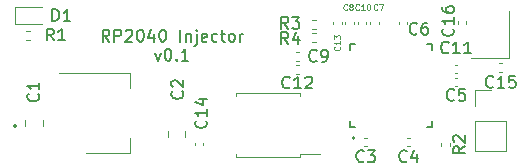
<source format=gbr>
%TF.GenerationSoftware,KiCad,Pcbnew,(6.0.7)*%
%TF.CreationDate,2022-08-26T02:46:55-07:00*%
%TF.ProjectId,RP2040_Injector,52503230-3430-45f4-996e-6a6563746f72,rev?*%
%TF.SameCoordinates,Original*%
%TF.FileFunction,Legend,Top*%
%TF.FilePolarity,Positive*%
%FSLAX46Y46*%
G04 Gerber Fmt 4.6, Leading zero omitted, Abs format (unit mm)*
G04 Created by KiCad (PCBNEW (6.0.7)) date 2022-08-26 02:46:55*
%MOMM*%
%LPD*%
G01*
G04 APERTURE LIST*
%ADD10C,0.150000*%
%ADD11C,0.125000*%
%ADD12C,0.120000*%
%ADD13C,0.200000*%
%ADD14C,0.127000*%
G04 APERTURE END LIST*
D10*
X138690476Y-97447380D02*
X138357142Y-96971190D01*
X138119047Y-97447380D02*
X138119047Y-96447380D01*
X138500000Y-96447380D01*
X138595238Y-96495000D01*
X138642857Y-96542619D01*
X138690476Y-96637857D01*
X138690476Y-96780714D01*
X138642857Y-96875952D01*
X138595238Y-96923571D01*
X138500000Y-96971190D01*
X138119047Y-96971190D01*
X139119047Y-97447380D02*
X139119047Y-96447380D01*
X139500000Y-96447380D01*
X139595238Y-96495000D01*
X139642857Y-96542619D01*
X139690476Y-96637857D01*
X139690476Y-96780714D01*
X139642857Y-96875952D01*
X139595238Y-96923571D01*
X139500000Y-96971190D01*
X139119047Y-96971190D01*
X140071428Y-96542619D02*
X140119047Y-96495000D01*
X140214285Y-96447380D01*
X140452380Y-96447380D01*
X140547619Y-96495000D01*
X140595238Y-96542619D01*
X140642857Y-96637857D01*
X140642857Y-96733095D01*
X140595238Y-96875952D01*
X140023809Y-97447380D01*
X140642857Y-97447380D01*
X141261904Y-96447380D02*
X141357142Y-96447380D01*
X141452380Y-96495000D01*
X141500000Y-96542619D01*
X141547619Y-96637857D01*
X141595238Y-96828333D01*
X141595238Y-97066428D01*
X141547619Y-97256904D01*
X141500000Y-97352142D01*
X141452380Y-97399761D01*
X141357142Y-97447380D01*
X141261904Y-97447380D01*
X141166666Y-97399761D01*
X141119047Y-97352142D01*
X141071428Y-97256904D01*
X141023809Y-97066428D01*
X141023809Y-96828333D01*
X141071428Y-96637857D01*
X141119047Y-96542619D01*
X141166666Y-96495000D01*
X141261904Y-96447380D01*
X142452380Y-96780714D02*
X142452380Y-97447380D01*
X142214285Y-96399761D02*
X141976190Y-97114047D01*
X142595238Y-97114047D01*
X143166666Y-96447380D02*
X143261904Y-96447380D01*
X143357142Y-96495000D01*
X143404761Y-96542619D01*
X143452380Y-96637857D01*
X143500000Y-96828333D01*
X143500000Y-97066428D01*
X143452380Y-97256904D01*
X143404761Y-97352142D01*
X143357142Y-97399761D01*
X143261904Y-97447380D01*
X143166666Y-97447380D01*
X143071428Y-97399761D01*
X143023809Y-97352142D01*
X142976190Y-97256904D01*
X142928571Y-97066428D01*
X142928571Y-96828333D01*
X142976190Y-96637857D01*
X143023809Y-96542619D01*
X143071428Y-96495000D01*
X143166666Y-96447380D01*
X144690476Y-97447380D02*
X144690476Y-96447380D01*
X145166666Y-96780714D02*
X145166666Y-97447380D01*
X145166666Y-96875952D02*
X145214285Y-96828333D01*
X145309523Y-96780714D01*
X145452380Y-96780714D01*
X145547619Y-96828333D01*
X145595238Y-96923571D01*
X145595238Y-97447380D01*
X146071428Y-96780714D02*
X146071428Y-97637857D01*
X146023809Y-97733095D01*
X145928571Y-97780714D01*
X145880952Y-97780714D01*
X146071428Y-96447380D02*
X146023809Y-96495000D01*
X146071428Y-96542619D01*
X146119047Y-96495000D01*
X146071428Y-96447380D01*
X146071428Y-96542619D01*
X146928571Y-97399761D02*
X146833333Y-97447380D01*
X146642857Y-97447380D01*
X146547619Y-97399761D01*
X146500000Y-97304523D01*
X146500000Y-96923571D01*
X146547619Y-96828333D01*
X146642857Y-96780714D01*
X146833333Y-96780714D01*
X146928571Y-96828333D01*
X146976190Y-96923571D01*
X146976190Y-97018809D01*
X146500000Y-97114047D01*
X147833333Y-97399761D02*
X147738095Y-97447380D01*
X147547619Y-97447380D01*
X147452380Y-97399761D01*
X147404761Y-97352142D01*
X147357142Y-97256904D01*
X147357142Y-96971190D01*
X147404761Y-96875952D01*
X147452380Y-96828333D01*
X147547619Y-96780714D01*
X147738095Y-96780714D01*
X147833333Y-96828333D01*
X148119047Y-96780714D02*
X148500000Y-96780714D01*
X148261904Y-96447380D02*
X148261904Y-97304523D01*
X148309523Y-97399761D01*
X148404761Y-97447380D01*
X148500000Y-97447380D01*
X148976190Y-97447380D02*
X148880952Y-97399761D01*
X148833333Y-97352142D01*
X148785714Y-97256904D01*
X148785714Y-96971190D01*
X148833333Y-96875952D01*
X148880952Y-96828333D01*
X148976190Y-96780714D01*
X149119047Y-96780714D01*
X149214285Y-96828333D01*
X149261904Y-96875952D01*
X149309523Y-96971190D01*
X149309523Y-97256904D01*
X149261904Y-97352142D01*
X149214285Y-97399761D01*
X149119047Y-97447380D01*
X148976190Y-97447380D01*
X149738095Y-97447380D02*
X149738095Y-96780714D01*
X149738095Y-96971190D02*
X149785714Y-96875952D01*
X149833333Y-96828333D01*
X149928571Y-96780714D01*
X150023809Y-96780714D01*
X142571428Y-98390714D02*
X142809523Y-99057380D01*
X143047619Y-98390714D01*
X143619047Y-98057380D02*
X143714285Y-98057380D01*
X143809523Y-98105000D01*
X143857142Y-98152619D01*
X143904761Y-98247857D01*
X143952380Y-98438333D01*
X143952380Y-98676428D01*
X143904761Y-98866904D01*
X143857142Y-98962142D01*
X143809523Y-99009761D01*
X143714285Y-99057380D01*
X143619047Y-99057380D01*
X143523809Y-99009761D01*
X143476190Y-98962142D01*
X143428571Y-98866904D01*
X143380952Y-98676428D01*
X143380952Y-98438333D01*
X143428571Y-98247857D01*
X143476190Y-98152619D01*
X143523809Y-98105000D01*
X143619047Y-98057380D01*
X144380952Y-98962142D02*
X144428571Y-99009761D01*
X144380952Y-99057380D01*
X144333333Y-99009761D01*
X144380952Y-98962142D01*
X144380952Y-99057380D01*
X145380952Y-99057380D02*
X144809523Y-99057380D01*
X145095238Y-99057380D02*
X145095238Y-98057380D01*
X145000000Y-98200238D01*
X144904761Y-98295476D01*
X144809523Y-98343095D01*
%TO.C,R1*%
X133983333Y-97352380D02*
X133650000Y-96876190D01*
X133411904Y-97352380D02*
X133411904Y-96352380D01*
X133792857Y-96352380D01*
X133888095Y-96400000D01*
X133935714Y-96447619D01*
X133983333Y-96542857D01*
X133983333Y-96685714D01*
X133935714Y-96780952D01*
X133888095Y-96828571D01*
X133792857Y-96876190D01*
X133411904Y-96876190D01*
X134935714Y-97352380D02*
X134364285Y-97352380D01*
X134650000Y-97352380D02*
X134650000Y-96352380D01*
X134554761Y-96495238D01*
X134459523Y-96590476D01*
X134364285Y-96638095D01*
%TO.C,D1*%
X133861904Y-95702380D02*
X133861904Y-94702380D01*
X134100000Y-94702380D01*
X134242857Y-94750000D01*
X134338095Y-94845238D01*
X134385714Y-94940476D01*
X134433333Y-95130952D01*
X134433333Y-95273809D01*
X134385714Y-95464285D01*
X134338095Y-95559523D01*
X134242857Y-95654761D01*
X134100000Y-95702380D01*
X133861904Y-95702380D01*
X135385714Y-95702380D02*
X134814285Y-95702380D01*
X135100000Y-95702380D02*
X135100000Y-94702380D01*
X135004761Y-94845238D01*
X134909523Y-94940476D01*
X134814285Y-94988095D01*
%TO.C,*%
%TO.C,R3*%
X153833333Y-96352380D02*
X153500000Y-95876190D01*
X153261904Y-96352380D02*
X153261904Y-95352380D01*
X153642857Y-95352380D01*
X153738095Y-95400000D01*
X153785714Y-95447619D01*
X153833333Y-95542857D01*
X153833333Y-95685714D01*
X153785714Y-95780952D01*
X153738095Y-95828571D01*
X153642857Y-95876190D01*
X153261904Y-95876190D01*
X154166666Y-95352380D02*
X154785714Y-95352380D01*
X154452380Y-95733333D01*
X154595238Y-95733333D01*
X154690476Y-95780952D01*
X154738095Y-95828571D01*
X154785714Y-95923809D01*
X154785714Y-96161904D01*
X154738095Y-96257142D01*
X154690476Y-96304761D01*
X154595238Y-96352380D01*
X154309523Y-96352380D01*
X154214285Y-96304761D01*
X154166666Y-96257142D01*
%TO.C,C15*%
X171187142Y-101257142D02*
X171139523Y-101304761D01*
X170996666Y-101352380D01*
X170901428Y-101352380D01*
X170758571Y-101304761D01*
X170663333Y-101209523D01*
X170615714Y-101114285D01*
X170568095Y-100923809D01*
X170568095Y-100780952D01*
X170615714Y-100590476D01*
X170663333Y-100495238D01*
X170758571Y-100400000D01*
X170901428Y-100352380D01*
X170996666Y-100352380D01*
X171139523Y-100400000D01*
X171187142Y-100447619D01*
X172139523Y-101352380D02*
X171568095Y-101352380D01*
X171853809Y-101352380D02*
X171853809Y-100352380D01*
X171758571Y-100495238D01*
X171663333Y-100590476D01*
X171568095Y-100638095D01*
X173044285Y-100352380D02*
X172568095Y-100352380D01*
X172520476Y-100828571D01*
X172568095Y-100780952D01*
X172663333Y-100733333D01*
X172901428Y-100733333D01*
X172996666Y-100780952D01*
X173044285Y-100828571D01*
X173091904Y-100923809D01*
X173091904Y-101161904D01*
X173044285Y-101257142D01*
X172996666Y-101304761D01*
X172901428Y-101352380D01*
X172663333Y-101352380D01*
X172568095Y-101304761D01*
X172520476Y-101257142D01*
D11*
%TO.C,C13*%
X158178571Y-97871428D02*
X158202380Y-97895238D01*
X158226190Y-97966666D01*
X158226190Y-98014285D01*
X158202380Y-98085714D01*
X158154761Y-98133333D01*
X158107142Y-98157142D01*
X158011904Y-98180952D01*
X157940476Y-98180952D01*
X157845238Y-98157142D01*
X157797619Y-98133333D01*
X157750000Y-98085714D01*
X157726190Y-98014285D01*
X157726190Y-97966666D01*
X157750000Y-97895238D01*
X157773809Y-97871428D01*
X158226190Y-97395238D02*
X158226190Y-97680952D01*
X158226190Y-97538095D02*
X157726190Y-97538095D01*
X157797619Y-97585714D01*
X157845238Y-97633333D01*
X157869047Y-97680952D01*
X157726190Y-97228571D02*
X157726190Y-96919047D01*
X157916666Y-97085714D01*
X157916666Y-97014285D01*
X157940476Y-96966666D01*
X157964285Y-96942857D01*
X158011904Y-96919047D01*
X158130952Y-96919047D01*
X158178571Y-96942857D01*
X158202380Y-96966666D01*
X158226190Y-97014285D01*
X158226190Y-97157142D01*
X158202380Y-97204761D01*
X158178571Y-97228571D01*
D10*
%TO.C,*%
%TO.C,C14*%
X146857142Y-104142857D02*
X146904761Y-104190476D01*
X146952380Y-104333333D01*
X146952380Y-104428571D01*
X146904761Y-104571428D01*
X146809523Y-104666666D01*
X146714285Y-104714285D01*
X146523809Y-104761904D01*
X146380952Y-104761904D01*
X146190476Y-104714285D01*
X146095238Y-104666666D01*
X146000000Y-104571428D01*
X145952380Y-104428571D01*
X145952380Y-104333333D01*
X146000000Y-104190476D01*
X146047619Y-104142857D01*
X146952380Y-103190476D02*
X146952380Y-103761904D01*
X146952380Y-103476190D02*
X145952380Y-103476190D01*
X146095238Y-103571428D01*
X146190476Y-103666666D01*
X146238095Y-103761904D01*
X146285714Y-102333333D02*
X146952380Y-102333333D01*
X145904761Y-102571428D02*
X146619047Y-102809523D01*
X146619047Y-102190476D01*
%TO.C,C4*%
X163858333Y-107557142D02*
X163810714Y-107604761D01*
X163667857Y-107652380D01*
X163572619Y-107652380D01*
X163429761Y-107604761D01*
X163334523Y-107509523D01*
X163286904Y-107414285D01*
X163239285Y-107223809D01*
X163239285Y-107080952D01*
X163286904Y-106890476D01*
X163334523Y-106795238D01*
X163429761Y-106700000D01*
X163572619Y-106652380D01*
X163667857Y-106652380D01*
X163810714Y-106700000D01*
X163858333Y-106747619D01*
X164715476Y-106985714D02*
X164715476Y-107652380D01*
X164477380Y-106604761D02*
X164239285Y-107319047D01*
X164858333Y-107319047D01*
%TO.C,C9*%
X156233333Y-99057142D02*
X156185714Y-99104761D01*
X156042857Y-99152380D01*
X155947619Y-99152380D01*
X155804761Y-99104761D01*
X155709523Y-99009523D01*
X155661904Y-98914285D01*
X155614285Y-98723809D01*
X155614285Y-98580952D01*
X155661904Y-98390476D01*
X155709523Y-98295238D01*
X155804761Y-98200000D01*
X155947619Y-98152380D01*
X156042857Y-98152380D01*
X156185714Y-98200000D01*
X156233333Y-98247619D01*
X156709523Y-99152380D02*
X156900000Y-99152380D01*
X156995238Y-99104761D01*
X157042857Y-99057142D01*
X157138095Y-98914285D01*
X157185714Y-98723809D01*
X157185714Y-98342857D01*
X157138095Y-98247619D01*
X157090476Y-98200000D01*
X156995238Y-98152380D01*
X156804761Y-98152380D01*
X156709523Y-98200000D01*
X156661904Y-98247619D01*
X156614285Y-98342857D01*
X156614285Y-98580952D01*
X156661904Y-98676190D01*
X156709523Y-98723809D01*
X156804761Y-98771428D01*
X156995238Y-98771428D01*
X157090476Y-98723809D01*
X157138095Y-98676190D01*
X157185714Y-98580952D01*
%TO.C,*%
%TO.C,C12*%
X153957142Y-101317142D02*
X153909523Y-101364761D01*
X153766666Y-101412380D01*
X153671428Y-101412380D01*
X153528571Y-101364761D01*
X153433333Y-101269523D01*
X153385714Y-101174285D01*
X153338095Y-100983809D01*
X153338095Y-100840952D01*
X153385714Y-100650476D01*
X153433333Y-100555238D01*
X153528571Y-100460000D01*
X153671428Y-100412380D01*
X153766666Y-100412380D01*
X153909523Y-100460000D01*
X153957142Y-100507619D01*
X154909523Y-101412380D02*
X154338095Y-101412380D01*
X154623809Y-101412380D02*
X154623809Y-100412380D01*
X154528571Y-100555238D01*
X154433333Y-100650476D01*
X154338095Y-100698095D01*
X155290476Y-100507619D02*
X155338095Y-100460000D01*
X155433333Y-100412380D01*
X155671428Y-100412380D01*
X155766666Y-100460000D01*
X155814285Y-100507619D01*
X155861904Y-100602857D01*
X155861904Y-100698095D01*
X155814285Y-100840952D01*
X155242857Y-101412380D01*
X155861904Y-101412380D01*
%TO.C,C11*%
X167407142Y-98357142D02*
X167359523Y-98404761D01*
X167216666Y-98452380D01*
X167121428Y-98452380D01*
X166978571Y-98404761D01*
X166883333Y-98309523D01*
X166835714Y-98214285D01*
X166788095Y-98023809D01*
X166788095Y-97880952D01*
X166835714Y-97690476D01*
X166883333Y-97595238D01*
X166978571Y-97500000D01*
X167121428Y-97452380D01*
X167216666Y-97452380D01*
X167359523Y-97500000D01*
X167407142Y-97547619D01*
X168359523Y-98452380D02*
X167788095Y-98452380D01*
X168073809Y-98452380D02*
X168073809Y-97452380D01*
X167978571Y-97595238D01*
X167883333Y-97690476D01*
X167788095Y-97738095D01*
X169311904Y-98452380D02*
X168740476Y-98452380D01*
X169026190Y-98452380D02*
X169026190Y-97452380D01*
X168930952Y-97595238D01*
X168835714Y-97690476D01*
X168740476Y-97738095D01*
%TO.C,*%
D11*
%TO.C,C10*%
X159828571Y-94728571D02*
X159804761Y-94752380D01*
X159733333Y-94776190D01*
X159685714Y-94776190D01*
X159614285Y-94752380D01*
X159566666Y-94704761D01*
X159542857Y-94657142D01*
X159519047Y-94561904D01*
X159519047Y-94490476D01*
X159542857Y-94395238D01*
X159566666Y-94347619D01*
X159614285Y-94300000D01*
X159685714Y-94276190D01*
X159733333Y-94276190D01*
X159804761Y-94300000D01*
X159828571Y-94323809D01*
X160304761Y-94776190D02*
X160019047Y-94776190D01*
X160161904Y-94776190D02*
X160161904Y-94276190D01*
X160114285Y-94347619D01*
X160066666Y-94395238D01*
X160019047Y-94419047D01*
X160614285Y-94276190D02*
X160661904Y-94276190D01*
X160709523Y-94300000D01*
X160733333Y-94323809D01*
X160757142Y-94371428D01*
X160780952Y-94466666D01*
X160780952Y-94585714D01*
X160757142Y-94680952D01*
X160733333Y-94728571D01*
X160709523Y-94752380D01*
X160661904Y-94776190D01*
X160614285Y-94776190D01*
X160566666Y-94752380D01*
X160542857Y-94728571D01*
X160519047Y-94680952D01*
X160495238Y-94585714D01*
X160495238Y-94466666D01*
X160519047Y-94371428D01*
X160542857Y-94323809D01*
X160566666Y-94300000D01*
X160614285Y-94276190D01*
D10*
%TO.C,C3*%
X160233333Y-107557142D02*
X160185714Y-107604761D01*
X160042857Y-107652380D01*
X159947619Y-107652380D01*
X159804761Y-107604761D01*
X159709523Y-107509523D01*
X159661904Y-107414285D01*
X159614285Y-107223809D01*
X159614285Y-107080952D01*
X159661904Y-106890476D01*
X159709523Y-106795238D01*
X159804761Y-106700000D01*
X159947619Y-106652380D01*
X160042857Y-106652380D01*
X160185714Y-106700000D01*
X160233333Y-106747619D01*
X160566666Y-106652380D02*
X161185714Y-106652380D01*
X160852380Y-107033333D01*
X160995238Y-107033333D01*
X161090476Y-107080952D01*
X161138095Y-107128571D01*
X161185714Y-107223809D01*
X161185714Y-107461904D01*
X161138095Y-107557142D01*
X161090476Y-107604761D01*
X160995238Y-107652380D01*
X160709523Y-107652380D01*
X160614285Y-107604761D01*
X160566666Y-107557142D01*
%TO.C,*%
D11*
%TO.C,C7*%
X161366666Y-94728571D02*
X161342857Y-94752380D01*
X161271428Y-94776190D01*
X161223809Y-94776190D01*
X161152380Y-94752380D01*
X161104761Y-94704761D01*
X161080952Y-94657142D01*
X161057142Y-94561904D01*
X161057142Y-94490476D01*
X161080952Y-94395238D01*
X161104761Y-94347619D01*
X161152380Y-94300000D01*
X161223809Y-94276190D01*
X161271428Y-94276190D01*
X161342857Y-94300000D01*
X161366666Y-94323809D01*
X161533333Y-94276190D02*
X161866666Y-94276190D01*
X161652380Y-94776190D01*
D10*
%TO.C,C2*%
X144857142Y-101666666D02*
X144904761Y-101714285D01*
X144952380Y-101857142D01*
X144952380Y-101952380D01*
X144904761Y-102095238D01*
X144809523Y-102190476D01*
X144714285Y-102238095D01*
X144523809Y-102285714D01*
X144380952Y-102285714D01*
X144190476Y-102238095D01*
X144095238Y-102190476D01*
X144000000Y-102095238D01*
X143952380Y-101952380D01*
X143952380Y-101857142D01*
X144000000Y-101714285D01*
X144047619Y-101666666D01*
X144047619Y-101285714D02*
X144000000Y-101238095D01*
X143952380Y-101142857D01*
X143952380Y-100904761D01*
X144000000Y-100809523D01*
X144047619Y-100761904D01*
X144142857Y-100714285D01*
X144238095Y-100714285D01*
X144380952Y-100761904D01*
X144952380Y-101333333D01*
X144952380Y-100714285D01*
%TO.C,C5*%
X167883333Y-102357142D02*
X167835714Y-102404761D01*
X167692857Y-102452380D01*
X167597619Y-102452380D01*
X167454761Y-102404761D01*
X167359523Y-102309523D01*
X167311904Y-102214285D01*
X167264285Y-102023809D01*
X167264285Y-101880952D01*
X167311904Y-101690476D01*
X167359523Y-101595238D01*
X167454761Y-101500000D01*
X167597619Y-101452380D01*
X167692857Y-101452380D01*
X167835714Y-101500000D01*
X167883333Y-101547619D01*
X168788095Y-101452380D02*
X168311904Y-101452380D01*
X168264285Y-101928571D01*
X168311904Y-101880952D01*
X168407142Y-101833333D01*
X168645238Y-101833333D01*
X168740476Y-101880952D01*
X168788095Y-101928571D01*
X168835714Y-102023809D01*
X168835714Y-102261904D01*
X168788095Y-102357142D01*
X168740476Y-102404761D01*
X168645238Y-102452380D01*
X168407142Y-102452380D01*
X168311904Y-102404761D01*
X168264285Y-102357142D01*
%TO.C,C16*%
X167757142Y-96342857D02*
X167804761Y-96390476D01*
X167852380Y-96533333D01*
X167852380Y-96628571D01*
X167804761Y-96771428D01*
X167709523Y-96866666D01*
X167614285Y-96914285D01*
X167423809Y-96961904D01*
X167280952Y-96961904D01*
X167090476Y-96914285D01*
X166995238Y-96866666D01*
X166900000Y-96771428D01*
X166852380Y-96628571D01*
X166852380Y-96533333D01*
X166900000Y-96390476D01*
X166947619Y-96342857D01*
X167852380Y-95390476D02*
X167852380Y-95961904D01*
X167852380Y-95676190D02*
X166852380Y-95676190D01*
X166995238Y-95771428D01*
X167090476Y-95866666D01*
X167138095Y-95961904D01*
X166852380Y-94533333D02*
X166852380Y-94723809D01*
X166900000Y-94819047D01*
X166947619Y-94866666D01*
X167090476Y-94961904D01*
X167280952Y-95009523D01*
X167661904Y-95009523D01*
X167757142Y-94961904D01*
X167804761Y-94914285D01*
X167852380Y-94819047D01*
X167852380Y-94628571D01*
X167804761Y-94533333D01*
X167757142Y-94485714D01*
X167661904Y-94438095D01*
X167423809Y-94438095D01*
X167328571Y-94485714D01*
X167280952Y-94533333D01*
X167233333Y-94628571D01*
X167233333Y-94819047D01*
X167280952Y-94914285D01*
X167328571Y-94961904D01*
X167423809Y-95009523D01*
%TO.C,*%
%TO.C,R4*%
X153833333Y-97652380D02*
X153500000Y-97176190D01*
X153261904Y-97652380D02*
X153261904Y-96652380D01*
X153642857Y-96652380D01*
X153738095Y-96700000D01*
X153785714Y-96747619D01*
X153833333Y-96842857D01*
X153833333Y-96985714D01*
X153785714Y-97080952D01*
X153738095Y-97128571D01*
X153642857Y-97176190D01*
X153261904Y-97176190D01*
X154690476Y-96985714D02*
X154690476Y-97652380D01*
X154452380Y-96604761D02*
X154214285Y-97319047D01*
X154833333Y-97319047D01*
D11*
%TO.C,C8*%
X158816666Y-94728571D02*
X158792857Y-94752380D01*
X158721428Y-94776190D01*
X158673809Y-94776190D01*
X158602380Y-94752380D01*
X158554761Y-94704761D01*
X158530952Y-94657142D01*
X158507142Y-94561904D01*
X158507142Y-94490476D01*
X158530952Y-94395238D01*
X158554761Y-94347619D01*
X158602380Y-94300000D01*
X158673809Y-94276190D01*
X158721428Y-94276190D01*
X158792857Y-94300000D01*
X158816666Y-94323809D01*
X159102380Y-94490476D02*
X159054761Y-94466666D01*
X159030952Y-94442857D01*
X159007142Y-94395238D01*
X159007142Y-94371428D01*
X159030952Y-94323809D01*
X159054761Y-94300000D01*
X159102380Y-94276190D01*
X159197619Y-94276190D01*
X159245238Y-94300000D01*
X159269047Y-94323809D01*
X159292857Y-94371428D01*
X159292857Y-94395238D01*
X159269047Y-94442857D01*
X159245238Y-94466666D01*
X159197619Y-94490476D01*
X159102380Y-94490476D01*
X159054761Y-94514285D01*
X159030952Y-94538095D01*
X159007142Y-94585714D01*
X159007142Y-94680952D01*
X159030952Y-94728571D01*
X159054761Y-94752380D01*
X159102380Y-94776190D01*
X159197619Y-94776190D01*
X159245238Y-94752380D01*
X159269047Y-94728571D01*
X159292857Y-94680952D01*
X159292857Y-94585714D01*
X159269047Y-94538095D01*
X159245238Y-94514285D01*
X159197619Y-94490476D01*
D10*
%TO.C,R2*%
X168792380Y-106326666D02*
X168316190Y-106660000D01*
X168792380Y-106898095D02*
X167792380Y-106898095D01*
X167792380Y-106517142D01*
X167840000Y-106421904D01*
X167887619Y-106374285D01*
X167982857Y-106326666D01*
X168125714Y-106326666D01*
X168220952Y-106374285D01*
X168268571Y-106421904D01*
X168316190Y-106517142D01*
X168316190Y-106898095D01*
X167887619Y-105945714D02*
X167840000Y-105898095D01*
X167792380Y-105802857D01*
X167792380Y-105564761D01*
X167840000Y-105469523D01*
X167887619Y-105421904D01*
X167982857Y-105374285D01*
X168078095Y-105374285D01*
X168220952Y-105421904D01*
X168792380Y-105993333D01*
X168792380Y-105374285D01*
%TO.C,*%
%TO.C,C1*%
X132657142Y-101866666D02*
X132704761Y-101914285D01*
X132752380Y-102057142D01*
X132752380Y-102152380D01*
X132704761Y-102295238D01*
X132609523Y-102390476D01*
X132514285Y-102438095D01*
X132323809Y-102485714D01*
X132180952Y-102485714D01*
X131990476Y-102438095D01*
X131895238Y-102390476D01*
X131800000Y-102295238D01*
X131752380Y-102152380D01*
X131752380Y-102057142D01*
X131800000Y-101914285D01*
X131847619Y-101866666D01*
X132752380Y-100914285D02*
X132752380Y-101485714D01*
X132752380Y-101200000D02*
X131752380Y-101200000D01*
X131895238Y-101295238D01*
X131990476Y-101390476D01*
X132038095Y-101485714D01*
%TO.C,C6*%
X164733333Y-96757142D02*
X164685714Y-96804761D01*
X164542857Y-96852380D01*
X164447619Y-96852380D01*
X164304761Y-96804761D01*
X164209523Y-96709523D01*
X164161904Y-96614285D01*
X164114285Y-96423809D01*
X164114285Y-96280952D01*
X164161904Y-96090476D01*
X164209523Y-95995238D01*
X164304761Y-95900000D01*
X164447619Y-95852380D01*
X164542857Y-95852380D01*
X164685714Y-95900000D01*
X164733333Y-95947619D01*
X165590476Y-95852380D02*
X165400000Y-95852380D01*
X165304761Y-95900000D01*
X165257142Y-95947619D01*
X165161904Y-96090476D01*
X165114285Y-96280952D01*
X165114285Y-96661904D01*
X165161904Y-96757142D01*
X165209523Y-96804761D01*
X165304761Y-96852380D01*
X165495238Y-96852380D01*
X165590476Y-96804761D01*
X165638095Y-96757142D01*
X165685714Y-96661904D01*
X165685714Y-96423809D01*
X165638095Y-96328571D01*
X165590476Y-96280952D01*
X165495238Y-96233333D01*
X165304761Y-96233333D01*
X165209523Y-96280952D01*
X165161904Y-96328571D01*
X165114285Y-96423809D01*
D12*
%TO.C,R1*%
X131953641Y-96520000D02*
X131646359Y-96520000D01*
X131953641Y-97280000D02*
X131646359Y-97280000D01*
%TO.C,D1*%
X132987500Y-94515000D02*
X130702500Y-94515000D01*
X130702500Y-94515000D02*
X130702500Y-95985000D01*
X130702500Y-95985000D02*
X132987500Y-95985000D01*
%TO.C,R3*%
X155846359Y-96380000D02*
X156153641Y-96380000D01*
X155846359Y-95620000D02*
X156153641Y-95620000D01*
%TO.C,C15*%
X171722164Y-99290000D02*
X171937836Y-99290000D01*
X171722164Y-100010000D02*
X171937836Y-100010000D01*
%TO.C,U1*%
X140460000Y-106910000D02*
X140460000Y-105650000D01*
X140460000Y-100090000D02*
X140460000Y-101350000D01*
X134450000Y-100090000D02*
X140460000Y-100090000D01*
X136700000Y-106910000D02*
X140460000Y-106910000D01*
%TO.C,C13*%
X158350000Y-95987836D02*
X158350000Y-95772164D01*
X157630000Y-95987836D02*
X157630000Y-95772164D01*
%TO.C,C14*%
X146660000Y-106207836D02*
X146660000Y-105992164D01*
X145940000Y-106207836D02*
X145940000Y-105992164D01*
%TO.C,C4*%
X163917164Y-106310000D02*
X164132836Y-106310000D01*
X163917164Y-105590000D02*
X164132836Y-105590000D01*
%TO.C,C9*%
X154707836Y-98340000D02*
X154492164Y-98340000D01*
X154707836Y-99060000D02*
X154492164Y-99060000D01*
%TO.C,U2*%
X149375000Y-107225000D02*
X149375000Y-106965000D01*
X149375000Y-101775000D02*
X149375000Y-102035000D01*
X152100000Y-101775000D02*
X154825000Y-101775000D01*
X152100000Y-107225000D02*
X149375000Y-107225000D01*
X152100000Y-107225000D02*
X154825000Y-107225000D01*
X154825000Y-106965000D02*
X156500000Y-106965000D01*
X154825000Y-101775000D02*
X154825000Y-102035000D01*
X152100000Y-101775000D02*
X149375000Y-101775000D01*
X154825000Y-107225000D02*
X154825000Y-106965000D01*
%TO.C,C12*%
X154707836Y-100160000D02*
X154492164Y-100160000D01*
X154707836Y-99440000D02*
X154492164Y-99440000D01*
D13*
%TO.C,J1*%
X130800000Y-104600000D02*
G75*
G03*
X130800000Y-104600000I-100000J0D01*
G01*
D12*
%TO.C,C11*%
X167942164Y-100110000D02*
X168157836Y-100110000D01*
X167942164Y-99390000D02*
X168157836Y-99390000D01*
%TO.C,C10*%
X160450000Y-95987836D02*
X160450000Y-95772164D01*
X159730000Y-95987836D02*
X159730000Y-95772164D01*
%TO.C,C3*%
X160292164Y-106310000D02*
X160507836Y-106310000D01*
X160292164Y-105590000D02*
X160507836Y-105590000D01*
%TO.C,J2*%
X169640000Y-102875000D02*
X169640000Y-101545000D01*
X169640000Y-104145000D02*
X169640000Y-106745000D01*
X172300000Y-104145000D02*
X172300000Y-106745000D01*
X169640000Y-104145000D02*
X172300000Y-104145000D01*
X169640000Y-106745000D02*
X172300000Y-106745000D01*
X169640000Y-101545000D02*
X170970000Y-101545000D01*
%TO.C,C7*%
X160780000Y-95987836D02*
X160780000Y-95772164D01*
X161500000Y-95987836D02*
X161500000Y-95772164D01*
%TO.C,C2*%
X143665000Y-105511252D02*
X143665000Y-104988748D01*
X145135000Y-105511252D02*
X145135000Y-104988748D01*
%TO.C,C5*%
X167942164Y-101210000D02*
X168157836Y-101210000D01*
X167942164Y-100490000D02*
X168157836Y-100490000D01*
%TO.C,C16*%
X168190000Y-95927836D02*
X168190000Y-95712164D01*
X168910000Y-95927836D02*
X168910000Y-95712164D01*
%TO.C,R4*%
X155846359Y-97480000D02*
X156153641Y-97480000D01*
X155846359Y-96720000D02*
X156153641Y-96720000D01*
%TO.C,C8*%
X159400000Y-95987836D02*
X159400000Y-95772164D01*
X158680000Y-95987836D02*
X158680000Y-95772164D01*
%TO.C,R2*%
X166790000Y-106006359D02*
X166790000Y-106313641D01*
X167550000Y-106006359D02*
X167550000Y-106313641D01*
%TO.C,C1*%
X131565000Y-104611252D02*
X131565000Y-104088748D01*
X133035000Y-104611252D02*
X133035000Y-104088748D01*
D14*
%TO.C,U3*%
X166035000Y-104650000D02*
X166035000Y-104170000D01*
X159035000Y-104650000D02*
X159515000Y-104650000D01*
X159035000Y-104650000D02*
X159035000Y-104170000D01*
X159035000Y-97650000D02*
X159035000Y-98130000D01*
X166035000Y-104650000D02*
X165555000Y-104650000D01*
X159035000Y-97650000D02*
X159515000Y-97650000D01*
X166035000Y-97650000D02*
X165555000Y-97650000D01*
X166035000Y-97650000D02*
X166035000Y-98130000D01*
D13*
X159460000Y-105625000D02*
G75*
G03*
X159460000Y-105625000I-100000J0D01*
G01*
D12*
%TO.C,HSE1*%
X172550000Y-98850000D02*
X172550000Y-94850000D01*
X169350000Y-98850000D02*
X172550000Y-98850000D01*
%TO.C,C6*%
X163910000Y-95982836D02*
X163910000Y-95767164D01*
X163190000Y-95982836D02*
X163190000Y-95767164D01*
%TD*%
M02*

</source>
